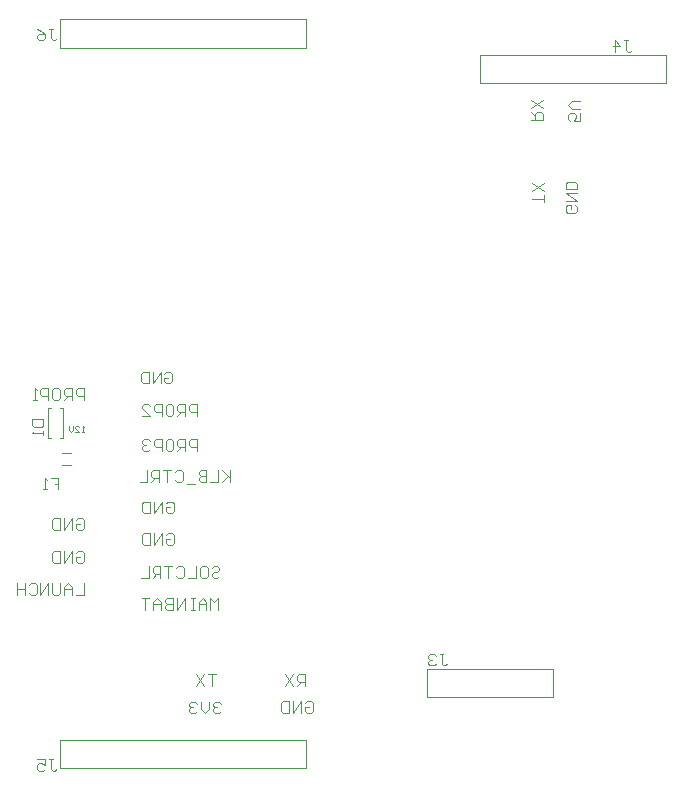
<source format=gbo>
G04*
G04 #@! TF.GenerationSoftware,Altium Limited,Altium Designer,20.2.6 (244)*
G04*
G04 Layer_Color=32896*
%FSLAX44Y44*%
%MOMM*%
G71*
G04*
G04 #@! TF.SameCoordinates,C4BD39D4-7D46-4A15-92C5-5DF00FED93ED*
G04*
G04*
G04 #@! TF.FilePolarity,Positive*
G04*
G01*
G75*
%ADD13C,0.1000*%
D13*
X48000Y275000D02*
X55000D01*
X48000Y265000D02*
X55000D01*
X46000Y287250D02*
X48500D01*
Y312750D01*
X46000D02*
X48500D01*
X35500D02*
X38000D01*
X35500Y287250D02*
Y312750D01*
Y287250D02*
X38000D01*
X463340Y67936D02*
Y92067D01*
X356660Y67936D02*
X463340D01*
X356660D02*
Y92067D01*
X463340D01*
X254135Y617936D02*
Y642066D01*
X45855D02*
X254135D01*
X45855Y617936D02*
Y642066D01*
Y617936D02*
X254135D01*
X401262Y612064D02*
X558742D01*
Y587933D02*
Y612064D01*
X401262Y587933D02*
X558742D01*
X401262D02*
Y612064D01*
X254135Y7936D02*
Y32066D01*
X45855D02*
X254135D01*
X45855Y7936D02*
Y32066D01*
Y7936D02*
X254135D01*
X178000Y87997D02*
X171336D01*
X174668D01*
Y78000D01*
X168003Y87997D02*
X161339Y78000D01*
Y87997D02*
X168003Y78000D01*
X253000D02*
Y87997D01*
X248002D01*
X246336Y86331D01*
Y82998D01*
X248002Y81332D01*
X253000D01*
X249668D02*
X246336Y78000D01*
X243003Y87997D02*
X236339Y78000D01*
Y87997D02*
X243003Y78000D01*
X182101Y62763D02*
X180435Y64429D01*
X177103D01*
X175437Y62763D01*
Y61096D01*
X177103Y59430D01*
X178769D01*
X177103D01*
X175437Y57764D01*
Y56098D01*
X177103Y54432D01*
X180435D01*
X182101Y56098D01*
X172104Y64429D02*
Y57764D01*
X168772Y54432D01*
X165440Y57764D01*
Y64429D01*
X162108Y62763D02*
X160441Y64429D01*
X157109D01*
X155443Y62763D01*
Y61096D01*
X157109Y59430D01*
X158775D01*
X157109D01*
X155443Y57764D01*
Y56098D01*
X157109Y54432D01*
X160441D01*
X162108Y56098D01*
X253335Y63331D02*
X255002Y64997D01*
X258334D01*
X260000Y63331D01*
Y56666D01*
X258334Y55000D01*
X255002D01*
X253335Y56666D01*
Y59998D01*
X256668D01*
X250003Y55000D02*
Y64997D01*
X243339Y55000D01*
Y64997D01*
X240007D02*
Y55000D01*
X235008D01*
X233342Y56666D01*
Y63331D01*
X235008Y64997D01*
X240007D01*
X134436Y342147D02*
X136102Y343813D01*
X139435D01*
X141101Y342147D01*
Y335483D01*
X139435Y333817D01*
X136102D01*
X134436Y335483D01*
Y338815D01*
X137769D01*
X131104Y333817D02*
Y343813D01*
X124440Y333817D01*
Y343813D01*
X121107D02*
Y333817D01*
X116109D01*
X114443Y335483D01*
Y342147D01*
X116109Y343813D01*
X121107D01*
X162000Y306000D02*
Y315997D01*
X157002D01*
X155336Y314331D01*
Y310998D01*
X157002Y309332D01*
X162000D01*
X152003Y306000D02*
Y315997D01*
X147005D01*
X145339Y314331D01*
Y310998D01*
X147005Y309332D01*
X152003D01*
X148671D02*
X145339Y306000D01*
X137008Y315997D02*
X140340D01*
X142006Y314331D01*
Y307666D01*
X140340Y306000D01*
X137008D01*
X135342Y307666D01*
Y314331D01*
X137008Y315997D01*
X132010Y306000D02*
Y315997D01*
X127011D01*
X125345Y314331D01*
Y310998D01*
X127011Y309332D01*
X132010D01*
X115348Y306000D02*
X122013D01*
X115348Y312665D01*
Y314331D01*
X117015Y315997D01*
X120347D01*
X122013Y314331D01*
X162000Y277000D02*
Y286997D01*
X157002D01*
X155336Y285331D01*
Y281998D01*
X157002Y280332D01*
X162000D01*
X152003Y277000D02*
Y286997D01*
X147005D01*
X145339Y285331D01*
Y281998D01*
X147005Y280332D01*
X152003D01*
X148671D02*
X145339Y277000D01*
X137008Y286997D02*
X140340D01*
X142006Y285331D01*
Y278666D01*
X140340Y277000D01*
X137008D01*
X135342Y278666D01*
Y285331D01*
X137008Y286997D01*
X132010Y277000D02*
Y286997D01*
X127011D01*
X125345Y285331D01*
Y281998D01*
X127011Y280332D01*
X132010D01*
X122013Y285331D02*
X120347Y286997D01*
X117015D01*
X115348Y285331D01*
Y283664D01*
X117015Y281998D01*
X118681D01*
X117015D01*
X115348Y280332D01*
Y278666D01*
X117015Y277000D01*
X120347D01*
X122013Y278666D01*
X190000Y260663D02*
Y250666D01*
Y253998D01*
X183335Y260663D01*
X188334Y255665D01*
X183335Y250666D01*
X180003Y260663D02*
Y250666D01*
X173339D01*
X170006Y260663D02*
Y250666D01*
X165008D01*
X163342Y252332D01*
Y253998D01*
X165008Y255665D01*
X170006D01*
X165008D01*
X163342Y257331D01*
Y258997D01*
X165008Y260663D01*
X170006D01*
X160010Y249000D02*
X153345D01*
X143348Y258997D02*
X145014Y260663D01*
X148347D01*
X150013Y258997D01*
Y252332D01*
X148347Y250666D01*
X145014D01*
X143348Y252332D01*
X140016Y260663D02*
X133352D01*
X136684D01*
Y250666D01*
X130019D02*
Y260663D01*
X125021D01*
X123355Y258997D01*
Y255665D01*
X125021Y253998D01*
X130019D01*
X126687D02*
X123355Y250666D01*
X120022Y260663D02*
Y250666D01*
X113358D01*
X135436Y232147D02*
X137102Y233813D01*
X140435D01*
X142101Y232147D01*
Y225483D01*
X140435Y223817D01*
X137102D01*
X135436Y225483D01*
Y228815D01*
X138769D01*
X132104Y223817D02*
Y233813D01*
X125440Y223817D01*
Y233813D01*
X122107D02*
Y223817D01*
X117109D01*
X115443Y225483D01*
Y232147D01*
X117109Y233813D01*
X122107D01*
X135436Y205147D02*
X137102Y206813D01*
X140435D01*
X142101Y205147D01*
Y198483D01*
X140435Y196817D01*
X137102D01*
X135436Y198483D01*
Y201815D01*
X138769D01*
X132104Y196817D02*
Y206813D01*
X125440Y196817D01*
Y206813D01*
X122107D02*
Y196817D01*
X117109D01*
X115443Y198483D01*
Y205147D01*
X117109Y206813D01*
X122107D01*
X174335Y177331D02*
X176002Y178997D01*
X179334D01*
X181000Y177331D01*
Y175665D01*
X179334Y173998D01*
X176002D01*
X174335Y172332D01*
Y170666D01*
X176002Y169000D01*
X179334D01*
X181000Y170666D01*
X166005Y178997D02*
X169337D01*
X171003Y177331D01*
Y170666D01*
X169337Y169000D01*
X166005D01*
X164339Y170666D01*
Y177331D01*
X166005Y178997D01*
X161006D02*
Y169000D01*
X154342D01*
X144345Y177331D02*
X146011Y178997D01*
X149344D01*
X151010Y177331D01*
Y170666D01*
X149344Y169000D01*
X146011D01*
X144345Y170666D01*
X141013Y178997D02*
X134348D01*
X137681D01*
Y169000D01*
X131016D02*
Y178997D01*
X126018D01*
X124352Y177331D01*
Y173998D01*
X126018Y172332D01*
X131016D01*
X127684D02*
X124352Y169000D01*
X121019Y178997D02*
Y169000D01*
X114355D01*
X180000Y142000D02*
Y151997D01*
X176668Y148665D01*
X173335Y151997D01*
Y142000D01*
X170003D02*
Y148665D01*
X166671Y151997D01*
X163339Y148665D01*
Y142000D01*
Y146998D01*
X170003D01*
X160006Y151997D02*
X156674D01*
X158340D01*
Y142000D01*
X160006D01*
X156674D01*
X151676D02*
Y151997D01*
X145011Y142000D01*
Y151997D01*
X141679D02*
Y142000D01*
X136681D01*
X135014Y143666D01*
Y145332D01*
X136681Y146998D01*
X141679D01*
X136681D01*
X135014Y148665D01*
Y150331D01*
X136681Y151997D01*
X141679D01*
X131682Y142000D02*
Y148665D01*
X128350Y151997D01*
X125018Y148665D01*
Y142000D01*
Y146998D01*
X131682D01*
X121685Y151997D02*
X115021D01*
X118353D01*
Y142000D01*
X66101Y164813D02*
Y154817D01*
X59436D01*
X56104D02*
Y161481D01*
X52772Y164813D01*
X49440Y161481D01*
Y154817D01*
Y159815D01*
X56104D01*
X46107Y164813D02*
Y156483D01*
X44441Y154817D01*
X41109D01*
X39443Y156483D01*
Y164813D01*
X36110Y154817D02*
Y164813D01*
X29446Y154817D01*
Y164813D01*
X19449Y163147D02*
X21115Y164813D01*
X24448D01*
X26114Y163147D01*
Y156483D01*
X24448Y154817D01*
X21115D01*
X19449Y156483D01*
X16117Y164813D02*
Y154817D01*
Y159815D01*
X9452D01*
Y164813D01*
Y154817D01*
X59436Y190147D02*
X61102Y191813D01*
X64435D01*
X66101Y190147D01*
Y183483D01*
X64435Y181817D01*
X61102D01*
X59436Y183483D01*
Y186815D01*
X62769D01*
X56104Y181817D02*
Y191813D01*
X49440Y181817D01*
Y191813D01*
X46107D02*
Y181817D01*
X41109D01*
X39443Y183483D01*
Y190147D01*
X41109Y191813D01*
X46107D01*
X59436Y218147D02*
X61102Y219813D01*
X64435D01*
X66101Y218147D01*
Y211483D01*
X64435Y209816D01*
X61102D01*
X59436Y211483D01*
Y214815D01*
X62769D01*
X56104Y209816D02*
Y219813D01*
X49440Y209816D01*
Y219813D01*
X46107D02*
Y209816D01*
X41109D01*
X39443Y211483D01*
Y218147D01*
X41109Y219813D01*
X46107D01*
X66000Y293000D02*
X64334D01*
X65167D01*
Y297998D01*
X66000Y297165D01*
X58502Y293000D02*
X61835D01*
X58502Y296332D01*
Y297165D01*
X59335Y297998D01*
X61002D01*
X61835Y297165D01*
X56836Y297998D02*
Y294666D01*
X55170Y293000D01*
X53504Y294666D01*
Y297998D01*
X66101Y319817D02*
Y329813D01*
X61102D01*
X59436Y328147D01*
Y324815D01*
X61102Y323149D01*
X66101D01*
X56104Y319817D02*
Y329813D01*
X51106D01*
X49440Y328147D01*
Y324815D01*
X51106Y323149D01*
X56104D01*
X52772D02*
X49440Y319817D01*
X41109Y329813D02*
X44441D01*
X46107Y328147D01*
Y321483D01*
X44441Y319817D01*
X41109D01*
X39443Y321483D01*
Y328147D01*
X41109Y329813D01*
X36110Y319817D02*
Y329813D01*
X31112D01*
X29446Y328147D01*
Y324815D01*
X31112Y323149D01*
X36110D01*
X26114Y319817D02*
X22782D01*
X24448D01*
Y329813D01*
X26114Y328147D01*
X455997Y487000D02*
Y493664D01*
Y490332D01*
X446000D01*
X455997Y496997D02*
X446000Y503661D01*
X455997D02*
X446000Y496997D01*
X445000Y557000D02*
X454997D01*
Y561998D01*
X453331Y563665D01*
X449998D01*
X448332Y561998D01*
Y557000D01*
Y560332D02*
X445000Y563665D01*
X454997Y566997D02*
X445000Y573661D01*
X454997D02*
X445000Y566997D01*
X485997Y562664D02*
Y556000D01*
X480998D01*
X482664Y559332D01*
Y560998D01*
X480998Y562664D01*
X477666D01*
X476000Y560998D01*
Y557666D01*
X477666Y556000D01*
X485997Y565997D02*
X479332D01*
X476000Y569329D01*
X479332Y572661D01*
X485997D01*
X482331Y484664D02*
X483997Y482998D01*
Y479666D01*
X482331Y478000D01*
X475666D01*
X474000Y479666D01*
Y482998D01*
X475666Y484664D01*
X478998D01*
Y481332D01*
X474000Y487997D02*
X483997D01*
X474000Y494661D01*
X483997D01*
Y497994D02*
X474000D01*
Y502992D01*
X475666Y504658D01*
X482331D01*
X483997Y502992D01*
Y497994D01*
X38000Y253998D02*
X44665D01*
Y249000D01*
X41332D01*
X44665D01*
Y244002D01*
X34668D02*
X31335D01*
X33002D01*
Y253998D01*
X34668Y252332D01*
X22002Y303664D02*
X31998D01*
Y298666D01*
X30332Y297000D01*
X23668D01*
X22002Y298666D01*
Y303664D01*
X31998Y293668D02*
Y290336D01*
Y292002D01*
X22002D01*
X23668Y293668D01*
X36586Y634247D02*
X39918D01*
X38252D01*
Y625916D01*
X39918Y624250D01*
X41584D01*
X43250Y625916D01*
X26589Y634247D02*
X29921Y632581D01*
X33253Y629248D01*
Y625916D01*
X31587Y624250D01*
X28255D01*
X26589Y625916D01*
Y627582D01*
X28255Y629248D01*
X33253D01*
X36335Y15997D02*
X39668D01*
X38002D01*
Y7666D01*
X39668Y6000D01*
X41334D01*
X43000Y7666D01*
X26339Y15997D02*
X33003D01*
Y10998D01*
X29671Y12665D01*
X28005D01*
X26339Y10998D01*
Y7666D01*
X28005Y6000D01*
X31337D01*
X33003Y7666D01*
X523835Y624497D02*
X527168D01*
X525502D01*
Y616166D01*
X527168Y614500D01*
X528834D01*
X530500Y616166D01*
X515505Y614500D02*
Y624497D01*
X520503Y619498D01*
X513839D01*
X367336Y104997D02*
X370668D01*
X369002D01*
Y96666D01*
X370668Y95000D01*
X372334D01*
X374000Y96666D01*
X364003Y103331D02*
X362337Y104997D01*
X359005D01*
X357339Y103331D01*
Y101664D01*
X359005Y99998D01*
X360671D01*
X359005D01*
X357339Y98332D01*
Y96666D01*
X359005Y95000D01*
X362337D01*
X364003Y96666D01*
M02*

</source>
